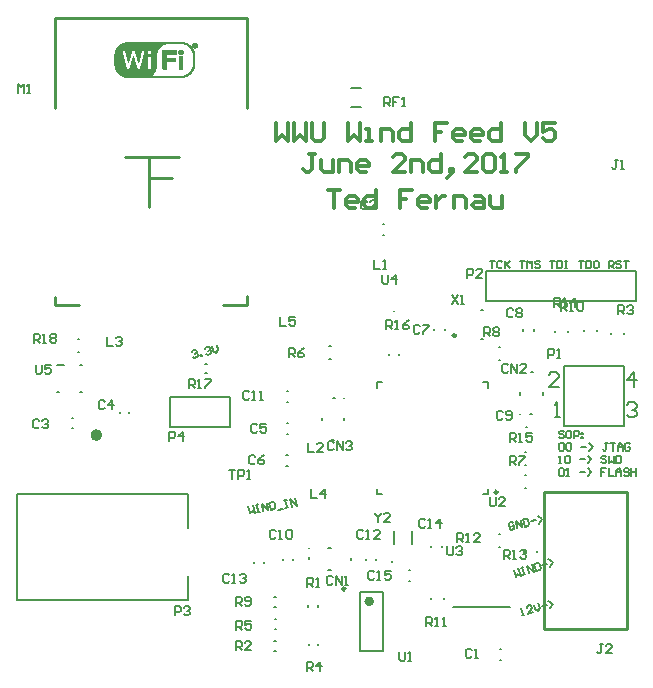
<source format=gto>
G04 Layer_Color=65535*
%FSLAX24Y24*%
%MOIN*%
G70*
G01*
G75*
%ADD38C,0.0100*%
%ADD40C,0.0120*%
%ADD53C,0.0000*%
%ADD54C,0.0049*%
%ADD55C,0.0197*%
%ADD56C,0.0098*%
%ADD57C,0.0157*%
%ADD58C,0.0079*%
%ADD59C,0.0050*%
%ADD60C,0.0005*%
%ADD61C,0.0067*%
%ADD62C,0.0080*%
D38*
X7290Y26270D02*
Y29270D01*
Y19720D02*
Y19970D01*
Y19720D02*
X8090D01*
X12890D02*
X13690D01*
Y20020D01*
Y26270D02*
Y29270D01*
X7290D02*
X13690D01*
X26358Y8894D02*
Y13461D01*
X23602D02*
X26358D01*
X23602Y8894D02*
Y13461D01*
Y8894D02*
X26358D01*
X9633Y24639D02*
X11434D01*
X10450Y22956D02*
Y24639D01*
Y23940D02*
X11208D01*
D40*
X14671Y25767D02*
Y25168D01*
X14871Y25368D01*
X15071Y25168D01*
Y25767D01*
X15271D02*
Y25168D01*
X15471Y25368D01*
X15671Y25168D01*
Y25767D01*
X15871D02*
Y25268D01*
X15971Y25168D01*
X16171D01*
X16271Y25268D01*
Y25767D01*
X17071D02*
Y25168D01*
X17271Y25368D01*
X17471Y25168D01*
Y25767D01*
X17671Y25168D02*
X17870D01*
X17771D01*
Y25568D01*
X17671D01*
X18170Y25168D02*
Y25568D01*
X18470D01*
X18570Y25468D01*
Y25168D01*
X19170Y25767D02*
Y25168D01*
X18870D01*
X18770Y25268D01*
Y25468D01*
X18870Y25568D01*
X19170D01*
X20370Y25767D02*
X19970D01*
Y25468D01*
X20170D01*
X19970D01*
Y25168D01*
X20870D02*
X20670D01*
X20570Y25268D01*
Y25468D01*
X20670Y25568D01*
X20870D01*
X20969Y25468D01*
Y25368D01*
X20570D01*
X21469Y25168D02*
X21269D01*
X21169Y25268D01*
Y25468D01*
X21269Y25568D01*
X21469D01*
X21569Y25468D01*
Y25368D01*
X21169D01*
X22169Y25767D02*
Y25168D01*
X21869D01*
X21769Y25268D01*
Y25468D01*
X21869Y25568D01*
X22169D01*
X22969Y25767D02*
Y25368D01*
X23169Y25168D01*
X23369Y25368D01*
Y25767D01*
X23969D02*
X23569D01*
Y25468D01*
X23769Y25568D01*
X23869D01*
X23969Y25468D01*
Y25268D01*
X23869Y25168D01*
X23669D01*
X23569Y25268D01*
X15971Y24746D02*
X15771D01*
X15871D01*
Y24247D01*
X15771Y24147D01*
X15671D01*
X15571Y24247D01*
X16171Y24546D02*
Y24247D01*
X16271Y24147D01*
X16571D01*
Y24546D01*
X16771Y24147D02*
Y24546D01*
X17071D01*
X17171Y24446D01*
Y24147D01*
X17671D02*
X17471D01*
X17371Y24247D01*
Y24446D01*
X17471Y24546D01*
X17671D01*
X17771Y24446D01*
Y24347D01*
X17371D01*
X18970Y24147D02*
X18570D01*
X18970Y24546D01*
Y24646D01*
X18870Y24746D01*
X18670D01*
X18570Y24646D01*
X19170Y24147D02*
Y24546D01*
X19470D01*
X19570Y24446D01*
Y24147D01*
X20170Y24746D02*
Y24147D01*
X19870D01*
X19770Y24247D01*
Y24446D01*
X19870Y24546D01*
X20170D01*
X20470Y24047D02*
X20570Y24147D01*
Y24247D01*
X20470D01*
Y24147D01*
X20570D01*
X20470Y24047D01*
X20370Y23947D01*
X21369Y24147D02*
X20969D01*
X21369Y24546D01*
Y24646D01*
X21269Y24746D01*
X21069D01*
X20969Y24646D01*
X21569D02*
X21669Y24746D01*
X21869D01*
X21969Y24646D01*
Y24247D01*
X21869Y24147D01*
X21669D01*
X21569Y24247D01*
Y24646D01*
X22169Y24147D02*
X22369D01*
X22269D01*
Y24746D01*
X22169Y24646D01*
X22669Y24746D02*
X23069D01*
Y24646D01*
X22669Y24247D01*
Y24147D01*
X16421Y23525D02*
X16821D01*
X16621D01*
Y22926D01*
X17321D02*
X17121D01*
X17021Y23026D01*
Y23225D01*
X17121Y23325D01*
X17321D01*
X17421Y23225D01*
Y23125D01*
X17021D01*
X18020Y23525D02*
Y22926D01*
X17721D01*
X17621Y23026D01*
Y23225D01*
X17721Y23325D01*
X18020D01*
X19220Y23525D02*
X18820D01*
Y23225D01*
X19020D01*
X18820D01*
Y22926D01*
X19720D02*
X19520D01*
X19420Y23026D01*
Y23225D01*
X19520Y23325D01*
X19720D01*
X19820Y23225D01*
Y23125D01*
X19420D01*
X20020Y23325D02*
Y22926D01*
Y23125D01*
X20120Y23225D01*
X20220Y23325D01*
X20320D01*
X20620Y22926D02*
Y23325D01*
X20919D01*
X21019Y23225D01*
Y22926D01*
X21319Y23325D02*
X21519D01*
X21619Y23225D01*
Y22926D01*
X21319D01*
X21219Y23026D01*
X21319Y23125D01*
X21619D01*
X21819Y23325D02*
Y23026D01*
X21919Y22926D01*
X22219D01*
Y23325D01*
D53*
X18575Y11133D02*
G03*
X18575Y11133I-39J0D01*
G01*
D54*
X18620Y19501D02*
G03*
X18620Y19501I-20J0D01*
G01*
D55*
X8779Y15371D02*
G03*
X8779Y15371I-98J0D01*
G01*
D56*
X16984Y10245D02*
G03*
X16984Y10245I-49J0D01*
G01*
X22056Y13470D02*
G03*
X22056Y13470I-49J0D01*
G01*
X20664Y18686D02*
G03*
X20664Y18686I-49J0D01*
G01*
D57*
X17860Y9829D02*
G03*
X17860Y9829I-79J0D01*
G01*
D58*
X13130Y15640D02*
Y16640D01*
X11130Y15640D02*
X13130D01*
X11130D02*
Y16640D01*
X13130D01*
X19843Y11630D02*
Y11670D01*
X20197Y11630D02*
Y11670D01*
X19090Y10503D02*
X19130D01*
X19090Y10857D02*
X19130D01*
X24417Y18810D02*
Y18850D01*
X23983Y18810D02*
Y18850D01*
X24923Y18840D02*
Y18880D01*
X25357Y18840D02*
Y18880D01*
X26277Y18740D02*
Y18780D01*
X25843Y18740D02*
Y18780D01*
X18225Y22402D02*
X18264D01*
X18225Y22048D02*
X18264D01*
X24270Y17660D02*
X26270D01*
X24270Y15660D02*
Y17660D01*
X26270Y15660D02*
Y17660D01*
X24270Y15660D02*
X26270D01*
X8080Y18567D02*
X8120D01*
X8080Y18133D02*
X8120D01*
X18757Y18030D02*
Y18070D01*
X18443Y18030D02*
Y18070D01*
X22960Y14373D02*
X23000D01*
X22960Y14807D02*
X23000D01*
X22100Y17883D02*
X22140D01*
X22100Y18317D02*
X22140D01*
X11740Y12283D02*
Y13399D01*
X6031D02*
X11740D01*
X6031Y9881D02*
X11740D01*
X6031D02*
Y13399D01*
X11740Y9881D02*
Y10668D01*
X15020Y14343D02*
X15060D01*
X15020Y14697D02*
X15060D01*
X14277Y11110D02*
Y11150D01*
X13923Y11110D02*
Y11150D01*
X18017Y11210D02*
Y11250D01*
X17663Y11210D02*
Y11250D01*
X21670Y19830D02*
Y20830D01*
X26670D01*
X21670Y19830D02*
X26670D01*
Y20830D01*
X7870Y15947D02*
X7910D01*
X7870Y15593D02*
X7910D01*
X9758Y16110D02*
Y16150D01*
X9482Y16110D02*
Y16150D01*
X15040Y15767D02*
X15080D01*
X15040Y15413D02*
X15080D01*
X19943Y18880D02*
Y18920D01*
X20297Y18880D02*
Y18920D01*
X23257Y18850D02*
Y18890D01*
X22903Y18850D02*
Y18890D01*
X22990Y15647D02*
X23030D01*
X22990Y15293D02*
X23030D01*
X15247Y11200D02*
Y11240D01*
X14893Y11200D02*
Y11240D01*
X15040Y16473D02*
X15080D01*
X15040Y16827D02*
X15080D01*
X16057Y9650D02*
Y9690D01*
X15743Y9650D02*
Y9690D01*
X14620Y8497D02*
X14660D01*
X14620Y8183D02*
X14660D01*
X16077Y8380D02*
Y8420D01*
X15763Y8380D02*
Y8420D01*
X14640Y8913D02*
X14680D01*
X14640Y9227D02*
X14680D01*
X14620Y9967D02*
X14660D01*
X14620Y9653D02*
X14660D01*
X16450Y17913D02*
X16490D01*
X16450Y18347D02*
X16490D01*
X17164Y26315D02*
X17519D01*
X17164Y26925D02*
X17519D01*
X17466Y8176D02*
Y10144D01*
X18254Y8176D02*
Y10144D01*
X17466D02*
X18254D01*
X17466Y8176D02*
X18254D01*
X21751Y13411D02*
Y13588D01*
X21573Y13411D02*
X21751D01*
X18030D02*
X18207D01*
X18030D02*
Y13588D01*
Y16954D02*
Y17131D01*
X18207D01*
X21751Y16954D02*
Y17131D01*
X21573D02*
X21751D01*
X21501Y18558D02*
X21579D01*
X21501Y19542D02*
X21579D01*
X15760Y11616D02*
X15760Y11621D01*
X15758Y11229D02*
Y11307D01*
X17156Y11189D02*
Y11268D01*
X16417Y11622D02*
X16496D01*
X16417Y10874D02*
X16496Y10874D01*
X22809Y16060D02*
X22814Y16060D01*
X23123Y16058D02*
X23201D01*
X23162Y17456D02*
X23241D01*
X22808Y16717D02*
Y16796D01*
X23556Y16717D02*
X23556Y16796D01*
X16946Y16600D02*
X16951Y16600D01*
X16559Y16602D02*
X16637D01*
X16519Y15204D02*
X16598D01*
X16952Y15864D02*
Y15943D01*
X16204Y15864D02*
X16204Y15943D01*
X22960Y14037D02*
X23000D01*
X22960Y13603D02*
X23000D01*
X22090Y11643D02*
X22130D01*
X22090Y12077D02*
X22130D01*
X19853Y9910D02*
Y9950D01*
X20287Y9910D02*
Y9950D01*
X22130Y7873D02*
X22170D01*
X22130Y8227D02*
X22170D01*
X23387Y11480D02*
Y11520D01*
X22953Y11480D02*
Y11520D01*
X12320Y17423D02*
X12360D01*
X12320Y17737D02*
X12360D01*
X20575Y9644D02*
X22465D01*
D59*
X19205Y11723D02*
Y12157D01*
X18615Y11723D02*
Y12157D01*
X22873Y9367D02*
X22954Y9387D01*
X22913Y9377D01*
X22853Y9619D01*
X22823Y9569D01*
X23237Y9457D02*
X23075Y9417D01*
X23197Y9619D01*
X23187Y9659D01*
X23136Y9689D01*
X23055Y9669D01*
X23025Y9619D01*
X23258Y9719D02*
X23298Y9558D01*
X23399Y9497D01*
X23459Y9598D01*
X23419Y9760D01*
X23530Y9658D02*
X23692Y9698D01*
X23803Y9597D02*
X23894Y9748D01*
X23743Y9840D01*
X22593Y10879D02*
X22664Y10640D01*
X22720Y10743D01*
X22824Y10687D01*
X22752Y10927D01*
X22832Y10951D02*
X22912Y10975D01*
X22872Y10963D01*
X22944Y10723D01*
X22904Y10711D01*
X22984Y10735D01*
X23103Y10771D02*
X23031Y11011D01*
X23263Y10819D01*
X23191Y11058D01*
X23271Y11082D02*
X23343Y10843D01*
X23462Y10879D01*
X23490Y10931D01*
X23442Y11090D01*
X23390Y11118D01*
X23271Y11082D01*
X23546Y11034D02*
X23706Y11082D01*
X23821Y10987D02*
X23905Y11142D01*
X23750Y11226D01*
X22587Y12447D02*
X22538Y12479D01*
X22456Y12461D01*
X22424Y12411D01*
X22459Y12249D01*
X22509Y12217D01*
X22590Y12234D01*
X22622Y12284D01*
X22605Y12365D01*
X22523Y12348D01*
X22713Y12261D02*
X22660Y12505D01*
X22875Y12296D01*
X22823Y12540D01*
X22904Y12558D02*
X22957Y12314D01*
X23079Y12340D01*
X23111Y12390D01*
X23076Y12552D01*
X23026Y12584D01*
X22904Y12558D01*
X23175Y12489D02*
X23337Y12524D01*
X23445Y12419D02*
X23541Y12568D01*
X23392Y12664D01*
X11868Y18149D02*
X11900Y18198D01*
X11982Y18215D01*
X12031Y18183D01*
X12040Y18143D01*
X12008Y18093D01*
X11967Y18085D01*
X12008Y18093D01*
X12057Y18061D01*
X12066Y18020D01*
X12034Y17971D01*
X11952Y17954D01*
X11903Y17986D01*
X12156Y17997D02*
X12147Y18038D01*
X12188Y18047D01*
X12197Y18006D01*
X12156Y17997D01*
X12316Y18244D02*
X12348Y18294D01*
X12430Y18311D01*
X12479Y18279D01*
X12488Y18238D01*
X12456Y18189D01*
X12415Y18180D01*
X12456Y18189D01*
X12505Y18157D01*
X12514Y18116D01*
X12482Y18067D01*
X12401Y18049D01*
X12351Y18081D01*
X12552Y18337D02*
X12587Y18174D01*
X12686Y18110D01*
X12750Y18209D01*
X12715Y18372D01*
X13754Y13003D02*
X13794Y12756D01*
X13863Y12852D01*
X13959Y12783D01*
X13918Y13030D01*
X14000Y13043D02*
X14083Y13056D01*
X14041Y13050D01*
X14082Y12803D01*
X14041Y12796D01*
X14123Y12810D01*
X14246Y12830D02*
X14206Y13077D01*
X14411Y12857D01*
X14370Y13103D01*
X14453Y13117D02*
X14493Y12870D01*
X14616Y12890D01*
X14651Y12938D01*
X14624Y13103D01*
X14576Y13137D01*
X14453Y13117D01*
X14746Y12869D02*
X14911Y12896D01*
X14946Y13198D02*
X15028Y13211D01*
X14987Y13204D01*
X15027Y12958D01*
X14986Y12951D01*
X15068Y12964D01*
X15192Y12985D02*
X15151Y13231D01*
X15356Y13011D01*
X15316Y13258D01*
X21800Y21181D02*
X21967D01*
X21883D01*
Y20932D01*
X22217Y21140D02*
X22175Y21181D01*
X22092D01*
X22050Y21140D01*
Y20973D01*
X22092Y20932D01*
X22175D01*
X22217Y20973D01*
X22300Y21181D02*
Y20932D01*
Y21015D01*
X22466Y21181D01*
X22341Y21057D01*
X22466Y20932D01*
X22800Y21181D02*
X22966D01*
X22883D01*
Y20932D01*
X23050D02*
Y21181D01*
X23133Y21098D01*
X23216Y21181D01*
Y20932D01*
X23466Y21140D02*
X23424Y21181D01*
X23341D01*
X23300Y21140D01*
Y21098D01*
X23341Y21057D01*
X23424D01*
X23466Y21015D01*
Y20973D01*
X23424Y20932D01*
X23341D01*
X23300Y20973D01*
X23799Y21181D02*
X23966D01*
X23883D01*
Y20932D01*
X24049Y21181D02*
Y20932D01*
X24174D01*
X24216Y20973D01*
Y21140D01*
X24174Y21181D01*
X24049D01*
X24299D02*
X24383D01*
X24341D01*
Y20932D01*
X24299D01*
X24383D01*
X24757Y21181D02*
X24924D01*
X24841D01*
Y20932D01*
X25007Y21181D02*
Y20932D01*
X25132D01*
X25174Y20973D01*
Y21140D01*
X25132Y21181D01*
X25007D01*
X25382D02*
X25299D01*
X25257Y21140D01*
Y20973D01*
X25299Y20932D01*
X25382D01*
X25424Y20973D01*
Y21140D01*
X25382Y21181D01*
X25757Y20932D02*
Y21181D01*
X25882D01*
X25924Y21140D01*
Y21057D01*
X25882Y21015D01*
X25757D01*
X25840D02*
X25924Y20932D01*
X26174Y21140D02*
X26132Y21181D01*
X26049D01*
X26007Y21140D01*
Y21098D01*
X26049Y21057D01*
X26132D01*
X26174Y21015D01*
Y20973D01*
X26132Y20932D01*
X26049D01*
X26007Y20973D01*
X26257Y21181D02*
X26423D01*
X26340D01*
Y20932D01*
X24267Y15480D02*
X24225Y15521D01*
X24142D01*
X24100Y15480D01*
Y15438D01*
X24142Y15396D01*
X24225D01*
X24267Y15355D01*
Y15313D01*
X24225Y15271D01*
X24142D01*
X24100Y15313D01*
X24475Y15521D02*
X24392D01*
X24350Y15480D01*
Y15313D01*
X24392Y15271D01*
X24475D01*
X24517Y15313D01*
Y15480D01*
X24475Y15521D01*
X24600Y15271D02*
Y15521D01*
X24725D01*
X24766Y15480D01*
Y15396D01*
X24725Y15355D01*
X24600D01*
X24850Y15438D02*
X24891D01*
Y15396D01*
X24850D01*
Y15438D01*
Y15313D02*
X24891D01*
Y15271D01*
X24850D01*
Y15313D01*
X24100Y15060D02*
X24142Y15101D01*
X24225D01*
X24267Y15060D01*
Y14893D01*
X24225Y14852D01*
X24142D01*
X24100Y14893D01*
Y15060D01*
X24350D02*
X24392Y15101D01*
X24475D01*
X24517Y15060D01*
Y14893D01*
X24475Y14852D01*
X24392D01*
X24350Y14893D01*
Y15060D01*
X24850Y14976D02*
X25016D01*
X25100Y14852D02*
X25225Y14976D01*
X25100Y15101D01*
X25724D02*
X25641D01*
X25683D01*
Y14893D01*
X25641Y14852D01*
X25600D01*
X25558Y14893D01*
X25808Y15101D02*
X25974D01*
X25891D01*
Y14852D01*
X26058D02*
Y15018D01*
X26141Y15101D01*
X26224Y15018D01*
Y14852D01*
Y14976D01*
X26058D01*
X26474Y15060D02*
X26433Y15101D01*
X26349D01*
X26308Y15060D01*
Y14893D01*
X26349Y14852D01*
X26433D01*
X26474Y14893D01*
Y14976D01*
X26391D01*
X24100Y14432D02*
X24183D01*
X24142D01*
Y14682D01*
X24100Y14640D01*
X24308D02*
X24350Y14682D01*
X24433D01*
X24475Y14640D01*
Y14473D01*
X24433Y14432D01*
X24350D01*
X24308Y14473D01*
Y14640D01*
X24808Y14557D02*
X24975D01*
X25058Y14432D02*
X25183Y14557D01*
X25058Y14682D01*
X25683Y14640D02*
X25641Y14682D01*
X25558D01*
X25516Y14640D01*
Y14598D01*
X25558Y14557D01*
X25641D01*
X25683Y14515D01*
Y14473D01*
X25641Y14432D01*
X25558D01*
X25516Y14473D01*
X25766Y14682D02*
Y14432D01*
X25849Y14515D01*
X25933Y14432D01*
Y14682D01*
X26016D02*
Y14432D01*
X26141D01*
X26183Y14473D01*
Y14640D01*
X26141Y14682D01*
X26016D01*
X24100Y14220D02*
X24142Y14262D01*
X24225D01*
X24267Y14220D01*
Y14053D01*
X24225Y14012D01*
X24142D01*
X24100Y14053D01*
Y14220D01*
X24350Y14012D02*
X24433D01*
X24392D01*
Y14262D01*
X24350Y14220D01*
X24808Y14137D02*
X24975D01*
X25058Y14012D02*
X25183Y14137D01*
X25058Y14262D01*
X25683D02*
X25516D01*
Y14137D01*
X25600D01*
X25516D01*
Y14012D01*
X25766Y14262D02*
Y14012D01*
X25933D01*
X26016D02*
Y14178D01*
X26099Y14262D01*
X26183Y14178D01*
Y14012D01*
Y14137D01*
X26016D01*
X26433Y14220D02*
X26391Y14262D01*
X26308D01*
X26266Y14220D01*
Y14178D01*
X26308Y14137D01*
X26391D01*
X26433Y14095D01*
Y14053D01*
X26391Y14012D01*
X26308D01*
X26266Y14053D01*
X26516Y14262D02*
Y14012D01*
Y14137D01*
X26683D01*
Y14262D01*
Y14012D01*
X11110Y15180D02*
Y15480D01*
X11260D01*
X11310Y15430D01*
Y15330D01*
X11260Y15280D01*
X11110D01*
X11560Y15180D02*
Y15480D01*
X11410Y15330D01*
X11610D01*
X19650Y12530D02*
X19600Y12580D01*
X19500D01*
X19450Y12530D01*
Y12330D01*
X19500Y12280D01*
X19600D01*
X19650Y12330D01*
X19750Y12280D02*
X19850D01*
X19800D01*
Y12580D01*
X19750Y12530D01*
X20150Y12280D02*
Y12580D01*
X20000Y12430D01*
X20200D01*
X17950Y10800D02*
X17900Y10850D01*
X17800D01*
X17750Y10800D01*
Y10600D01*
X17800Y10550D01*
X17900D01*
X17950Y10600D01*
X18050Y10550D02*
X18150D01*
X18100D01*
Y10850D01*
X18050Y10800D01*
X18500Y10850D02*
X18300D01*
Y10700D01*
X18400Y10750D01*
X18450D01*
X18500Y10700D01*
Y10600D01*
X18450Y10550D01*
X18350D01*
X18300Y10600D01*
X17969Y12780D02*
Y12730D01*
X18069Y12630D01*
X18169Y12730D01*
Y12780D01*
X18069Y12630D02*
Y12480D01*
X18469D02*
X18269D01*
X18469Y12680D01*
Y12730D01*
X18419Y12780D01*
X18319D01*
X18269Y12730D01*
X23940Y19640D02*
Y19940D01*
X24090D01*
X24140Y19890D01*
Y19790D01*
X24090Y19740D01*
X23940D01*
X24040D02*
X24140Y19640D01*
X24240D02*
X24340D01*
X24290D01*
Y19940D01*
X24240Y19890D01*
X24640Y19640D02*
Y19940D01*
X24490Y19790D01*
X24690D01*
X24170Y19520D02*
Y19820D01*
X24320D01*
X24370Y19770D01*
Y19670D01*
X24320Y19620D01*
X24170D01*
X24270D02*
X24370Y19520D01*
X24470D02*
X24570D01*
X24520D01*
Y19820D01*
X24470Y19770D01*
X24720D02*
X24770Y19820D01*
X24870D01*
X24920Y19770D01*
Y19570D01*
X24870Y19520D01*
X24770D01*
X24720Y19570D01*
Y19770D01*
X26080Y19400D02*
Y19700D01*
X26230D01*
X26280Y19650D01*
Y19550D01*
X26230Y19500D01*
X26080D01*
X26180D02*
X26280Y19400D01*
X26380Y19650D02*
X26430Y19700D01*
X26530D01*
X26580Y19650D01*
Y19600D01*
X26530Y19550D01*
X26480D01*
X26530D01*
X26580Y19500D01*
Y19450D01*
X26530Y19400D01*
X26430D01*
X26380Y19450D01*
X17720Y23150D02*
X17670Y23200D01*
X17570D01*
X17520Y23150D01*
Y22950D01*
X17570Y22900D01*
X17670D01*
X17720Y22950D01*
X18020Y22900D02*
X17820D01*
X18020Y23100D01*
Y23150D01*
X17970Y23200D01*
X17870D01*
X17820Y23150D01*
X23740Y17950D02*
Y18250D01*
X23890D01*
X23940Y18200D01*
Y18100D01*
X23890Y18050D01*
X23740D01*
X24040Y17950D02*
X24140D01*
X24090D01*
Y18250D01*
X24040Y18200D01*
X21190Y8200D02*
X21140Y8250D01*
X21040D01*
X20990Y8200D01*
Y8000D01*
X21040Y7950D01*
X21140D01*
X21190Y8000D01*
X21290Y7950D02*
X21390D01*
X21340D01*
Y8250D01*
X21290Y8200D01*
X19680Y8990D02*
Y9290D01*
X19830D01*
X19880Y9240D01*
Y9140D01*
X19830Y9090D01*
X19680D01*
X19780D02*
X19880Y8990D01*
X19980D02*
X20080D01*
X20030D01*
Y9290D01*
X19980Y9240D01*
X20230Y8990D02*
X20330D01*
X20280D01*
Y9290D01*
X20230Y9240D01*
X18210Y20710D02*
Y20460D01*
X18260Y20410D01*
X18360D01*
X18410Y20460D01*
Y20710D01*
X18660Y20410D02*
Y20710D01*
X18510Y20560D01*
X18710D01*
X20380Y11670D02*
Y11420D01*
X20430Y11370D01*
X20530D01*
X20580Y11420D01*
Y11670D01*
X20680Y11620D02*
X20730Y11670D01*
X20830D01*
X20880Y11620D01*
Y11570D01*
X20830Y11520D01*
X20780D01*
X20830D01*
X20880Y11470D01*
Y11420D01*
X20830Y11370D01*
X20730D01*
X20680Y11420D01*
X6600Y18450D02*
Y18750D01*
X6750D01*
X6800Y18700D01*
Y18600D01*
X6750Y18550D01*
X6600D01*
X6700D02*
X6800Y18450D01*
X6900D02*
X7000D01*
X6950D01*
Y18750D01*
X6900Y18700D01*
X7150D02*
X7200Y18750D01*
X7300D01*
X7350Y18700D01*
Y18650D01*
X7300Y18600D01*
X7350Y18550D01*
Y18500D01*
X7300Y18450D01*
X7200D01*
X7150Y18500D01*
Y18550D01*
X7200Y18600D01*
X7150Y18650D01*
Y18700D01*
X7200Y18600D02*
X7300D01*
X11770Y16930D02*
Y17230D01*
X11920D01*
X11970Y17180D01*
Y17080D01*
X11920Y17030D01*
X11770D01*
X11870D02*
X11970Y16930D01*
X12070D02*
X12170D01*
X12120D01*
Y17230D01*
X12070Y17180D01*
X12320Y17230D02*
X12520D01*
Y17180D01*
X12320Y16980D01*
Y16930D01*
X18340Y18900D02*
Y19200D01*
X18490D01*
X18540Y19150D01*
Y19050D01*
X18490Y19000D01*
X18340D01*
X18440D02*
X18540Y18900D01*
X18640D02*
X18740D01*
X18690D01*
Y19200D01*
X18640Y19150D01*
X19090Y19200D02*
X18990Y19150D01*
X18890Y19050D01*
Y18950D01*
X18940Y18900D01*
X19040D01*
X19090Y18950D01*
Y19000D01*
X19040Y19050D01*
X18890D01*
X22470Y15150D02*
Y15450D01*
X22620D01*
X22670Y15400D01*
Y15300D01*
X22620Y15250D01*
X22470D01*
X22570D02*
X22670Y15150D01*
X22770D02*
X22870D01*
X22820D01*
Y15450D01*
X22770Y15400D01*
X23220Y15450D02*
X23020D01*
Y15300D01*
X23120Y15350D01*
X23170D01*
X23220Y15300D01*
Y15200D01*
X23170Y15150D01*
X23070D01*
X23020Y15200D01*
X20720Y11800D02*
Y12100D01*
X20870D01*
X20920Y12050D01*
Y11950D01*
X20870Y11900D01*
X20720D01*
X20820D02*
X20920Y11800D01*
X21020D02*
X21120D01*
X21070D01*
Y12100D01*
X21020Y12050D01*
X21470Y11800D02*
X21270D01*
X21470Y12000D01*
Y12050D01*
X21420Y12100D01*
X21320D01*
X21270Y12050D01*
X22270Y11240D02*
Y11540D01*
X22420D01*
X22470Y11490D01*
Y11390D01*
X22420Y11340D01*
X22270D01*
X22370D02*
X22470Y11240D01*
X22570D02*
X22670D01*
X22620D01*
Y11540D01*
X22570Y11490D01*
X22820D02*
X22870Y11540D01*
X22970D01*
X23020Y11490D01*
Y11440D01*
X22970Y11390D01*
X22920D01*
X22970D01*
X23020Y11340D01*
Y11290D01*
X22970Y11240D01*
X22870D01*
X22820Y11290D01*
X21610Y18660D02*
Y18960D01*
X21760D01*
X21810Y18910D01*
Y18810D01*
X21760Y18760D01*
X21610D01*
X21710D02*
X21810Y18660D01*
X21910Y18910D02*
X21960Y18960D01*
X22060D01*
X22110Y18910D01*
Y18860D01*
X22060Y18810D01*
X22110Y18760D01*
Y18710D01*
X22060Y18660D01*
X21960D01*
X21910Y18710D01*
Y18760D01*
X21960Y18810D01*
X21910Y18860D01*
Y18910D01*
X21960Y18810D02*
X22060D01*
X9031Y18651D02*
Y18351D01*
X9231D01*
X9331Y18601D02*
X9381Y18651D01*
X9481D01*
X9531Y18601D01*
Y18551D01*
X9481Y18501D01*
X9431D01*
X9481D01*
X9531Y18451D01*
Y18401D01*
X9481Y18351D01*
X9381D01*
X9331Y18401D01*
X15730Y15120D02*
Y14820D01*
X15930D01*
X16230D02*
X16030D01*
X16230Y15020D01*
Y15070D01*
X16180Y15120D01*
X16080D01*
X16030Y15070D01*
X6089Y26761D02*
Y27061D01*
X6189Y26961D01*
X6289Y27061D01*
Y26761D01*
X6389D02*
X6489D01*
X6439D01*
Y27061D01*
X6389Y27011D01*
X11300Y9360D02*
Y9660D01*
X11450D01*
X11500Y9610D01*
Y9510D01*
X11450Y9460D01*
X11300D01*
X11600Y9610D02*
X11650Y9660D01*
X11750D01*
X11800Y9610D01*
Y9560D01*
X11750Y9510D01*
X11700D01*
X11750D01*
X11800Y9460D01*
Y9410D01*
X11750Y9360D01*
X11650D01*
X11600Y9410D01*
X13980Y14650D02*
X13930Y14700D01*
X13830D01*
X13780Y14650D01*
Y14450D01*
X13830Y14400D01*
X13930D01*
X13980Y14450D01*
X14280Y14700D02*
X14180Y14650D01*
X14080Y14550D01*
Y14450D01*
X14130Y14400D01*
X14230D01*
X14280Y14450D01*
Y14500D01*
X14230Y14550D01*
X14080D01*
X14810Y19310D02*
Y19010D01*
X15010D01*
X15310Y19310D02*
X15110D01*
Y19160D01*
X15210Y19210D01*
X15260D01*
X15310Y19160D01*
Y19060D01*
X15260Y19010D01*
X15160D01*
X15110Y19060D01*
X15850Y13560D02*
Y13260D01*
X16050D01*
X16300D02*
Y13560D01*
X16150Y13410D01*
X16350D01*
X13120Y10700D02*
X13070Y10750D01*
X12970D01*
X12920Y10700D01*
Y10500D01*
X12970Y10450D01*
X13070D01*
X13120Y10500D01*
X13220Y10450D02*
X13320D01*
X13270D01*
Y10750D01*
X13220Y10700D01*
X13470D02*
X13520Y10750D01*
X13620D01*
X13670Y10700D01*
Y10650D01*
X13620Y10600D01*
X13570D01*
X13620D01*
X13670Y10550D01*
Y10500D01*
X13620Y10450D01*
X13520D01*
X13470Y10500D01*
X17580Y12160D02*
X17530Y12210D01*
X17430D01*
X17380Y12160D01*
Y11960D01*
X17430Y11910D01*
X17530D01*
X17580Y11960D01*
X17680Y11910D02*
X17780D01*
X17730D01*
Y12210D01*
X17680Y12160D01*
X18130Y11910D02*
X17930D01*
X18130Y12110D01*
Y12160D01*
X18080Y12210D01*
X17980D01*
X17930Y12160D01*
X21040Y20610D02*
Y20910D01*
X21190D01*
X21240Y20860D01*
Y20760D01*
X21190Y20710D01*
X21040D01*
X21540Y20610D02*
X21340D01*
X21540Y20810D01*
Y20860D01*
X21490Y20910D01*
X21390D01*
X21340Y20860D01*
X6660Y17720D02*
Y17470D01*
X6710Y17420D01*
X6810D01*
X6860Y17470D01*
Y17720D01*
X7160D02*
X6960D01*
Y17570D01*
X7060Y17620D01*
X7110D01*
X7160Y17570D01*
Y17470D01*
X7110Y17420D01*
X7010D01*
X6960Y17470D01*
X6780Y15840D02*
X6730Y15890D01*
X6630D01*
X6580Y15840D01*
Y15640D01*
X6630Y15590D01*
X6730D01*
X6780Y15640D01*
X6880Y15840D02*
X6930Y15890D01*
X7030D01*
X7080Y15840D01*
Y15790D01*
X7030Y15740D01*
X6980D01*
X7030D01*
X7080Y15690D01*
Y15640D01*
X7030Y15590D01*
X6930D01*
X6880Y15640D01*
X8960Y16480D02*
X8910Y16530D01*
X8810D01*
X8760Y16480D01*
Y16280D01*
X8810Y16230D01*
X8910D01*
X8960Y16280D01*
X9210Y16230D02*
Y16530D01*
X9060Y16380D01*
X9260D01*
X14040Y15700D02*
X13990Y15750D01*
X13890D01*
X13840Y15700D01*
Y15500D01*
X13890Y15450D01*
X13990D01*
X14040Y15500D01*
X14340Y15750D02*
X14140D01*
Y15600D01*
X14240Y15650D01*
X14290D01*
X14340Y15600D01*
Y15500D01*
X14290Y15450D01*
X14190D01*
X14140Y15500D01*
X19460Y19000D02*
X19410Y19050D01*
X19310D01*
X19260Y19000D01*
Y18800D01*
X19310Y18750D01*
X19410D01*
X19460Y18800D01*
X19560Y19050D02*
X19760D01*
Y19000D01*
X19560Y18800D01*
Y18750D01*
X22586Y19552D02*
X22536Y19602D01*
X22436D01*
X22386Y19552D01*
Y19352D01*
X22436Y19302D01*
X22536D01*
X22586Y19352D01*
X22686Y19552D02*
X22736Y19602D01*
X22836D01*
X22886Y19552D01*
Y19502D01*
X22836Y19452D01*
X22886Y19402D01*
Y19352D01*
X22836Y19302D01*
X22736D01*
X22686Y19352D01*
Y19402D01*
X22736Y19452D01*
X22686Y19502D01*
Y19552D01*
X22736Y19452D02*
X22836D01*
X22230Y16130D02*
X22180Y16180D01*
X22080D01*
X22030Y16130D01*
Y15930D01*
X22080Y15880D01*
X22180D01*
X22230Y15930D01*
X22330D02*
X22380Y15880D01*
X22480D01*
X22530Y15930D01*
Y16130D01*
X22480Y16180D01*
X22380D01*
X22330Y16130D01*
Y16080D01*
X22380Y16030D01*
X22530D01*
X14670Y12170D02*
X14620Y12220D01*
X14520D01*
X14470Y12170D01*
Y11970D01*
X14520Y11920D01*
X14620D01*
X14670Y11970D01*
X14770Y11920D02*
X14870D01*
X14820D01*
Y12220D01*
X14770Y12170D01*
X15020D02*
X15070Y12220D01*
X15170D01*
X15220Y12170D01*
Y11970D01*
X15170Y11920D01*
X15070D01*
X15020Y11970D01*
Y12170D01*
X13780Y16800D02*
X13730Y16850D01*
X13630D01*
X13580Y16800D01*
Y16600D01*
X13630Y16550D01*
X13730D01*
X13780Y16600D01*
X13880Y16550D02*
X13980D01*
X13930D01*
Y16850D01*
X13880Y16800D01*
X14130Y16550D02*
X14230D01*
X14180D01*
Y16850D01*
X14130Y16800D01*
X26070Y24550D02*
X25970D01*
X26020D01*
Y24300D01*
X25970Y24250D01*
X25920D01*
X25870Y24300D01*
X26170Y24250D02*
X26270D01*
X26220D01*
Y24550D01*
X26170Y24500D01*
X25570Y8390D02*
X25470D01*
X25520D01*
Y8140D01*
X25470Y8090D01*
X25420D01*
X25370Y8140D01*
X25870Y8090D02*
X25670D01*
X25870Y8290D01*
Y8340D01*
X25820Y8390D01*
X25720D01*
X25670Y8340D01*
X17940Y21220D02*
Y20920D01*
X18140D01*
X18240D02*
X18340D01*
X18290D01*
Y21220D01*
X18240Y21170D01*
X15710Y10320D02*
Y10620D01*
X15860D01*
X15910Y10570D01*
Y10470D01*
X15860Y10420D01*
X15710D01*
X15810D02*
X15910Y10320D01*
X16010D02*
X16110D01*
X16060D01*
Y10620D01*
X16010Y10570D01*
X13330Y8190D02*
Y8490D01*
X13480D01*
X13530Y8440D01*
Y8340D01*
X13480Y8290D01*
X13330D01*
X13430D02*
X13530Y8190D01*
X13830D02*
X13630D01*
X13830Y8390D01*
Y8440D01*
X13780Y8490D01*
X13680D01*
X13630Y8440D01*
X15690Y7510D02*
Y7810D01*
X15840D01*
X15890Y7760D01*
Y7660D01*
X15840Y7610D01*
X15690D01*
X15790D02*
X15890Y7510D01*
X16140D02*
Y7810D01*
X15990Y7660D01*
X16190D01*
X13350Y8880D02*
Y9180D01*
X13500D01*
X13550Y9130D01*
Y9030D01*
X13500Y8980D01*
X13350D01*
X13450D02*
X13550Y8880D01*
X13850Y9180D02*
X13650D01*
Y9030D01*
X13750Y9080D01*
X13800D01*
X13850Y9030D01*
Y8930D01*
X13800Y8880D01*
X13700D01*
X13650Y8930D01*
X13330Y9680D02*
Y9980D01*
X13480D01*
X13530Y9930D01*
Y9830D01*
X13480Y9780D01*
X13330D01*
X13430D02*
X13530Y9680D01*
X13630Y9730D02*
X13680Y9680D01*
X13780D01*
X13830Y9730D01*
Y9930D01*
X13780Y9980D01*
X13680D01*
X13630Y9930D01*
Y9880D01*
X13680Y9830D01*
X13830D01*
X15100Y17960D02*
Y18260D01*
X15250D01*
X15300Y18210D01*
Y18110D01*
X15250Y18060D01*
X15100D01*
X15200D02*
X15300Y17960D01*
X15600Y18260D02*
X15500Y18210D01*
X15400Y18110D01*
Y18010D01*
X15450Y17960D01*
X15550D01*
X15600Y18010D01*
Y18060D01*
X15550Y18110D01*
X15400D01*
X18274Y26328D02*
Y26628D01*
X18424D01*
X18474Y26578D01*
Y26478D01*
X18424Y26428D01*
X18274D01*
X18374D02*
X18474Y26328D01*
X18774Y26628D02*
X18574D01*
Y26478D01*
X18674D01*
X18574D01*
Y26328D01*
X18874D02*
X18974D01*
X18924D01*
Y26628D01*
X18874Y26578D01*
X13110Y14220D02*
X13310D01*
X13210D01*
Y13920D01*
X13410D02*
Y14220D01*
X13560D01*
X13610Y14170D01*
Y14070D01*
X13560Y14020D01*
X13410D01*
X13710Y13920D02*
X13810D01*
X13760D01*
Y14220D01*
X13710Y14170D01*
X18780Y8140D02*
Y7890D01*
X18830Y7840D01*
X18930D01*
X18980Y7890D01*
Y8140D01*
X19080Y7840D02*
X19180D01*
X19130D01*
Y8140D01*
X19080Y8090D01*
X21800Y13300D02*
Y13050D01*
X21850Y13000D01*
X21950D01*
X22000Y13050D01*
Y13300D01*
X22300Y13000D02*
X22100D01*
X22300Y13200D01*
Y13250D01*
X22250Y13300D01*
X22150D01*
X22100Y13250D01*
X20530Y20040D02*
X20730Y19740D01*
Y20040D02*
X20530Y19740D01*
X20830D02*
X20930D01*
X20880D01*
Y20040D01*
X20830Y19990D01*
X16570Y10630D02*
X16520Y10680D01*
X16420D01*
X16370Y10630D01*
Y10430D01*
X16420Y10380D01*
X16520D01*
X16570Y10430D01*
X16670Y10380D02*
Y10680D01*
X16870Y10380D01*
Y10680D01*
X16970Y10380D02*
X17070D01*
X17020D01*
Y10680D01*
X16970Y10630D01*
X22420Y17690D02*
X22370Y17740D01*
X22270D01*
X22220Y17690D01*
Y17490D01*
X22270Y17440D01*
X22370D01*
X22420Y17490D01*
X22520Y17440D02*
Y17740D01*
X22720Y17440D01*
Y17740D01*
X23020Y17440D02*
X22820D01*
X23020Y17640D01*
Y17690D01*
X22970Y17740D01*
X22870D01*
X22820Y17690D01*
X16590Y15110D02*
X16540Y15160D01*
X16440D01*
X16390Y15110D01*
Y14910D01*
X16440Y14860D01*
X16540D01*
X16590Y14910D01*
X16690Y14860D02*
Y15160D01*
X16890Y14860D01*
Y15160D01*
X16990Y15110D02*
X17040Y15160D01*
X17140D01*
X17190Y15110D01*
Y15060D01*
X17140Y15010D01*
X17090D01*
X17140D01*
X17190Y14960D01*
Y14910D01*
X17140Y14860D01*
X17040D01*
X16990Y14910D01*
X22470Y14380D02*
Y14680D01*
X22620D01*
X22670Y14630D01*
Y14530D01*
X22620Y14480D01*
X22470D01*
X22570D02*
X22670Y14380D01*
X22770Y14680D02*
X22970D01*
Y14630D01*
X22770Y14430D01*
Y14380D01*
D60*
X9690Y27305D02*
X11540D01*
X9655Y27310D02*
X11580D01*
X9630Y27315D02*
X11600D01*
X9610Y27320D02*
X11620D01*
X9595Y27325D02*
X11635D01*
X9580Y27330D02*
X11650D01*
X9565Y27335D02*
X11665D01*
X9555Y27340D02*
X11675D01*
X9545Y27345D02*
X11685D01*
X11550Y27350D02*
X11695D01*
X9535D02*
X10485D01*
X11585Y27355D02*
X11705D01*
X9525D02*
X10490D01*
X11610Y27360D02*
X11715D01*
X9515D02*
X10500D01*
X11625Y27365D02*
X11725D01*
X9505D02*
X10505D01*
X11640Y27370D02*
X11735D01*
X9495D02*
X10510D01*
X11655Y27375D02*
X11740D01*
X9490D02*
X10515D01*
X11665Y27380D02*
X11750D01*
X9480D02*
X10520D01*
X11675Y27385D02*
X11755D01*
X9475D02*
X10525D01*
X11685Y27390D02*
X11760D01*
X9465D02*
X10530D01*
X11695Y27395D02*
X11770D01*
X9460D02*
X10535D01*
X11705Y27400D02*
X11775D01*
X9455D02*
X10540D01*
X11715Y27405D02*
X11780D01*
X9450D02*
X10545D01*
X11720Y27410D02*
X11785D01*
X9445D02*
X10550D01*
X11730Y27415D02*
X11795D01*
X9435D02*
X10555D01*
X11735Y27420D02*
X11800D01*
X9430D02*
X10560D01*
X11740Y27425D02*
X11805D01*
X9425D02*
X10560D01*
X11750Y27430D02*
X11810D01*
X9420D02*
X10565D01*
X11755Y27435D02*
X11815D01*
X9415D02*
X10570D01*
X11760Y27440D02*
X11820D01*
X9410D02*
X10575D01*
X11765Y27445D02*
X11825D01*
X9405D02*
X10580D01*
X11770Y27450D02*
X11830D01*
X9400D02*
X10580D01*
X11780Y27455D02*
X11835D01*
X9395D02*
X10585D01*
X11785Y27460D02*
X11835D01*
X9390D02*
X10590D01*
X11790Y27465D02*
X11840D01*
X9390D02*
X10590D01*
X11795Y27470D02*
X11845D01*
X9385D02*
X10595D01*
X11795Y27475D02*
X11850D01*
X9380D02*
X10600D01*
X11800Y27480D02*
X11855D01*
X9375D02*
X10600D01*
X11805Y27485D02*
X11855D01*
X9375D02*
X10605D01*
X11810Y27490D02*
X11860D01*
X9370D02*
X10610D01*
X11815Y27495D02*
X11865D01*
X9365D02*
X10610D01*
X11820Y27500D02*
X11870D01*
X9360D02*
X10615D01*
X11820Y27505D02*
X11870D01*
X9360D02*
X10615D01*
X11825Y27510D02*
X11875D01*
X9355D02*
X10620D01*
X11830Y27515D02*
X11880D01*
X9350D02*
X10620D01*
X11835Y27520D02*
X11880D01*
X9350D02*
X10625D01*
X11835Y27525D02*
X11885D01*
X9345D02*
X10625D01*
X11840Y27530D02*
X11885D01*
X9345D02*
X10630D01*
X11845Y27535D02*
X11890D01*
X9340D02*
X10630D01*
X11845Y27540D02*
X11890D01*
X9335D02*
X10635D01*
X11850Y27545D02*
X11895D01*
X9335D02*
X10635D01*
X11850Y27550D02*
X11895D01*
X9330D02*
X10635D01*
X11855Y27555D02*
X11900D01*
X9330D02*
X10640D01*
X11855Y27560D02*
X11900D01*
X9325D02*
X10640D01*
X11860Y27565D02*
X11905D01*
X9325D02*
X10645D01*
X11860Y27570D02*
X11905D01*
X9325D02*
X10645D01*
X11865Y27575D02*
X11910D01*
X9320D02*
X10645D01*
X11865Y27580D02*
X11910D01*
X9320D02*
X10650D01*
X11870Y27585D02*
X11915D01*
X11550D02*
X11555D01*
X11455D02*
X11535D01*
X11435D02*
X11445D01*
X10890D02*
X11015D01*
X10495D02*
X10650D01*
X10135D02*
X10370D01*
X10045D02*
X10055D01*
X10035D02*
X10040D01*
X9775D02*
X10025D01*
X9690D02*
X9695D01*
X9315D02*
X9680D01*
X11870Y27590D02*
X11915D01*
X11425D02*
X11555D01*
X10880D02*
X11015D01*
X10495D02*
X10650D01*
X10135D02*
X10365D01*
X9785D02*
X10025D01*
X9315D02*
X9675D01*
X11875Y27595D02*
X11915D01*
X11425D02*
X11555D01*
X10880D02*
X11015D01*
X10495D02*
X10655D01*
X10140D02*
X10365D01*
X9785D02*
X10025D01*
X9315D02*
X9675D01*
X11875Y27600D02*
X11920D01*
X11425D02*
X11555D01*
X10880D02*
X11015D01*
X10495D02*
X10655D01*
X10140D02*
X10365D01*
X9785D02*
X10020D01*
X9310D02*
X9675D01*
X11875Y27605D02*
X11920D01*
X11425D02*
X11555D01*
X10880D02*
X11015D01*
X10495D02*
X10655D01*
X10140D02*
X10370D01*
X9790D02*
X10020D01*
X9310D02*
X9670D01*
X11880Y27610D02*
X11920D01*
X11425D02*
X11555D01*
X10880D02*
X11015D01*
X10495D02*
X10655D01*
X10140D02*
X10370D01*
X9790D02*
X10020D01*
X9305D02*
X9670D01*
X11880Y27615D02*
X11925D01*
X11425D02*
X11555D01*
X10880D02*
X11015D01*
X10495D02*
X10660D01*
X10145D02*
X10365D01*
X9790D02*
X10015D01*
X9305D02*
X9670D01*
X11880Y27620D02*
X11925D01*
X11425D02*
X11555D01*
X10880D02*
X11015D01*
X10495D02*
X10660D01*
X10145D02*
X10365D01*
X9795D02*
X10015D01*
X9305D02*
X9670D01*
X11885Y27625D02*
X11925D01*
X11425D02*
X11555D01*
X10880D02*
X11015D01*
X10495D02*
X10660D01*
X10145D02*
X10365D01*
X9795D02*
X10015D01*
X9305D02*
X9665D01*
X11885Y27630D02*
X11930D01*
X11425D02*
X11555D01*
X10880D02*
X11015D01*
X10495D02*
X10660D01*
X10145D02*
X10365D01*
X9795D02*
X10015D01*
X9300D02*
X9665D01*
X11885Y27635D02*
X11930D01*
X11425D02*
X11555D01*
X10880D02*
X11015D01*
X10495D02*
X10665D01*
X10150D02*
X10365D01*
X9795D02*
X10010D01*
X9300D02*
X9665D01*
X11890Y27640D02*
X11930D01*
X11425D02*
X11555D01*
X10880D02*
X11015D01*
X10495D02*
X10665D01*
X10150D02*
X10365D01*
X9800D02*
X10010D01*
X9300D02*
X9660D01*
X11890Y27645D02*
X11930D01*
X11425D02*
X11555D01*
X10880D02*
X11015D01*
X10495D02*
X10665D01*
X10150D02*
X10365D01*
X9800D02*
X10010D01*
X9295D02*
X9660D01*
X11890Y27650D02*
X11935D01*
X11425D02*
X11555D01*
X10880D02*
X11015D01*
X10495D02*
X10665D01*
X10155D02*
X10365D01*
X9800D02*
X10005D01*
X9295D02*
X9660D01*
X11890Y27655D02*
X11935D01*
X11425D02*
X11555D01*
X10880D02*
X11015D01*
X10495D02*
X10665D01*
X10155D02*
X10365D01*
X9805D02*
X10005D01*
X9295D02*
X9660D01*
X11895Y27660D02*
X11935D01*
X11425D02*
X11555D01*
X10880D02*
X11015D01*
X10495D02*
X10670D01*
X10155D02*
X10365D01*
X9805D02*
X10005D01*
X9295D02*
X9655D01*
X11895Y27665D02*
X11935D01*
X11425D02*
X11555D01*
X10880D02*
X11015D01*
X10495D02*
X10670D01*
X10155D02*
X10365D01*
X9805D02*
X10005D01*
X9295D02*
X9655D01*
X11895Y27670D02*
X11935D01*
X11425D02*
X11555D01*
X10880D02*
X11015D01*
X10495D02*
X10670D01*
X10160D02*
X10365D01*
X9805D02*
X10000D01*
X9290D02*
X9655D01*
X11895Y27675D02*
X11940D01*
X11425D02*
X11555D01*
X10880D02*
X11015D01*
X10495D02*
X10670D01*
X10160D02*
X10365D01*
X9810D02*
X10000D01*
X9290D02*
X9655D01*
X11895Y27680D02*
X11940D01*
X11425D02*
X11555D01*
X10880D02*
X11015D01*
X10495D02*
X10670D01*
X10160D02*
X10365D01*
X9810D02*
X10000D01*
X9290D02*
X9650D01*
X11900Y27685D02*
X11940D01*
X11425D02*
X11555D01*
X10880D02*
X11015D01*
X10495D02*
X10670D01*
X10160D02*
X10365D01*
X9810D02*
X9995D01*
X9290D02*
X9650D01*
X11900Y27690D02*
X11940D01*
X11425D02*
X11555D01*
X10880D02*
X11015D01*
X10495D02*
X10670D01*
X10165D02*
X10365D01*
X9815D02*
X9995D01*
X9290D02*
X9650D01*
X11900Y27695D02*
X11940D01*
X11425D02*
X11555D01*
X10880D02*
X11015D01*
X10495D02*
X10670D01*
X10165D02*
X10365D01*
X9815D02*
X9995D01*
X9290D02*
X9650D01*
X11900Y27700D02*
X11940D01*
X11425D02*
X11555D01*
X10880D02*
X11015D01*
X10495D02*
X10675D01*
X10165D02*
X10365D01*
X9815D02*
X9990D01*
X9290D02*
X9645D01*
X11900Y27705D02*
X11945D01*
X11425D02*
X11555D01*
X10880D02*
X11015D01*
X10495D02*
X10675D01*
X10165D02*
X10365D01*
X9815D02*
X9990D01*
X9285D02*
X9645D01*
X11900Y27710D02*
X11945D01*
X11425D02*
X11555D01*
X10880D02*
X11015D01*
X10495D02*
X10675D01*
X10170D02*
X10365D01*
X9820D02*
X9990D01*
X9285D02*
X9645D01*
X11900Y27715D02*
X11945D01*
X11425D02*
X11555D01*
X10880D02*
X11015D01*
X10495D02*
X10675D01*
X10170D02*
X10365D01*
X9820D02*
X9990D01*
X9285D02*
X9640D01*
X11900Y27720D02*
X11945D01*
X11425D02*
X11555D01*
X10880D02*
X11015D01*
X10495D02*
X10675D01*
X10170D02*
X10365D01*
X9820D02*
X9985D01*
X9285D02*
X9640D01*
X11900Y27725D02*
X11945D01*
X11425D02*
X11555D01*
X10880D02*
X11015D01*
X10495D02*
X10675D01*
X10170D02*
X10365D01*
X9825D02*
X9985D01*
X9285D02*
X9640D01*
X11900Y27730D02*
X11945D01*
X11425D02*
X11555D01*
X10880D02*
X11015D01*
X10495D02*
X10675D01*
X10175D02*
X10365D01*
X9825D02*
X9985D01*
X9285D02*
X9640D01*
X11900Y27735D02*
X11945D01*
X11425D02*
X11555D01*
X10880D02*
X11015D01*
X10495D02*
X10675D01*
X10175D02*
X10365D01*
X9825D02*
X9980D01*
X9285D02*
X9635D01*
X11900Y27740D02*
X11945D01*
X11425D02*
X11555D01*
X10880D02*
X11015D01*
X10495D02*
X10675D01*
X10175D02*
X10365D01*
X9825D02*
X9980D01*
X9285D02*
X9635D01*
X11900Y27745D02*
X11945D01*
X11425D02*
X11555D01*
X10880D02*
X11015D01*
X10495D02*
X10675D01*
X10180D02*
X10365D01*
X9830D02*
X9980D01*
X9285D02*
X9635D01*
X11900Y27750D02*
X11945D01*
X11425D02*
X11555D01*
X10880D02*
X11015D01*
X10495D02*
X10675D01*
X10180D02*
X10365D01*
X9830D02*
X9980D01*
X9285D02*
X9635D01*
X11900Y27755D02*
X11945D01*
X11425D02*
X11555D01*
X10880D02*
X11015D01*
X10495D02*
X10675D01*
X10180D02*
X10365D01*
X9830D02*
X9975D01*
X9285D02*
X9630D01*
X11900Y27760D02*
X11945D01*
X11425D02*
X11555D01*
X10880D02*
X11015D01*
X10495D02*
X10675D01*
X10180D02*
X10365D01*
X9835D02*
X9975D01*
X9285D02*
X9630D01*
X11900Y27765D02*
X11945D01*
X11425D02*
X11555D01*
X10880D02*
X11015D01*
X10495D02*
X10675D01*
X10185D02*
X10365D01*
X9835D02*
X9975D01*
X9285D02*
X9630D01*
X11900Y27770D02*
X11945D01*
X11425D02*
X11555D01*
X10880D02*
X11015D01*
X10495D02*
X10675D01*
X10185D02*
X10365D01*
X9835D02*
X9975D01*
X9285D02*
X9630D01*
X11900Y27775D02*
X11945D01*
X11425D02*
X11555D01*
X10880D02*
X11015D01*
X10495D02*
X10675D01*
X10185D02*
X10365D01*
X9835D02*
X9970D01*
X9285D02*
X9625D01*
X11900Y27780D02*
X11945D01*
X11425D02*
X11555D01*
X10880D02*
X11015D01*
X10495D02*
X10675D01*
X10185D02*
X10365D01*
X9840D02*
X9970D01*
X9285D02*
X9625D01*
X11900Y27785D02*
X11945D01*
X11425D02*
X11555D01*
X10880D02*
X11015D01*
X10495D02*
X10675D01*
X10190D02*
X10365D01*
X9840D02*
X9970D01*
X9285D02*
X9625D01*
X11900Y27790D02*
X11945D01*
X11425D02*
X11555D01*
X10880D02*
X11015D01*
X10495D02*
X10675D01*
X10190D02*
X10365D01*
X9840D02*
X9965D01*
X9285D02*
X9620D01*
X11900Y27795D02*
X11945D01*
X11425D02*
X11555D01*
X10880D02*
X11015D01*
X10495D02*
X10675D01*
X10190D02*
X10365D01*
X9845D02*
X9965D01*
X9285D02*
X9620D01*
X11900Y27800D02*
X11945D01*
X11425D02*
X11555D01*
X10880D02*
X11015D01*
X10495D02*
X10675D01*
X10190D02*
X10365D01*
X10075D02*
X10080D01*
X9845D02*
X9965D01*
X9285D02*
X9620D01*
X11900Y27805D02*
X11945D01*
X11425D02*
X11555D01*
X10880D02*
X11015D01*
X10495D02*
X10675D01*
X10195D02*
X10365D01*
X10075D02*
X10080D01*
X9845D02*
X9960D01*
X9285D02*
X9620D01*
X11900Y27810D02*
X11945D01*
X11425D02*
X11555D01*
X10880D02*
X11015D01*
X10495D02*
X10675D01*
X10195D02*
X10365D01*
X10075D02*
X10085D01*
X9850D02*
X9960D01*
X9285D02*
X9615D01*
X11900Y27815D02*
X11945D01*
X11425D02*
X11555D01*
X10880D02*
X11015D01*
X10495D02*
X10675D01*
X10195D02*
X10365D01*
X10075D02*
X10085D01*
X9850D02*
X9960D01*
X9735D02*
X9740D01*
X9285D02*
X9615D01*
X11900Y27820D02*
X11945D01*
X11425D02*
X11555D01*
X10880D02*
X11015D01*
X10495D02*
X10675D01*
X10195D02*
X10365D01*
X10070D02*
X10085D01*
X9850D02*
X9960D01*
X9730D02*
X9740D01*
X9285D02*
X9615D01*
X11900Y27825D02*
X11945D01*
X11425D02*
X11555D01*
X10880D02*
X11315D01*
X10495D02*
X10675D01*
X10200D02*
X10365D01*
X10070D02*
X10085D01*
X9850D02*
X9955D01*
X9730D02*
X9740D01*
X9285D02*
X9615D01*
X11900Y27830D02*
X11945D01*
X11425D02*
X11555D01*
X10880D02*
X11315D01*
X10495D02*
X10675D01*
X10200D02*
X10365D01*
X10070D02*
X10090D01*
X9855D02*
X9955D01*
X9730D02*
X9745D01*
X9285D02*
X9610D01*
X11900Y27835D02*
X11945D01*
X11425D02*
X11555D01*
X10880D02*
X11315D01*
X10495D02*
X10675D01*
X10200D02*
X10365D01*
X10065D02*
X10090D01*
X9855D02*
X9955D01*
X9730D02*
X9745D01*
X9285D02*
X9610D01*
X11900Y27840D02*
X11945D01*
X11425D02*
X11555D01*
X10880D02*
X11315D01*
X10495D02*
X10675D01*
X10205D02*
X10365D01*
X10065D02*
X10090D01*
X9855D02*
X9950D01*
X9725D02*
X9745D01*
X9285D02*
X9610D01*
X11900Y27845D02*
X11945D01*
X11425D02*
X11555D01*
X10880D02*
X11315D01*
X10495D02*
X10675D01*
X10205D02*
X10365D01*
X10065D02*
X10090D01*
X9860D02*
X9950D01*
X9725D02*
X9745D01*
X9285D02*
X9605D01*
X11900Y27850D02*
X11945D01*
X11425D02*
X11555D01*
X10880D02*
X11315D01*
X10495D02*
X10675D01*
X10205D02*
X10365D01*
X10065D02*
X10090D01*
X9860D02*
X9950D01*
X9725D02*
X9750D01*
X9285D02*
X9605D01*
X11900Y27855D02*
X11945D01*
X11425D02*
X11555D01*
X10880D02*
X11315D01*
X10495D02*
X10675D01*
X10205D02*
X10365D01*
X10060D02*
X10095D01*
X9860D02*
X9950D01*
X9725D02*
X9750D01*
X9285D02*
X9605D01*
X11900Y27860D02*
X11945D01*
X11425D02*
X11555D01*
X10880D02*
X11315D01*
X10495D02*
X10675D01*
X10210D02*
X10365D01*
X10060D02*
X10095D01*
X9860D02*
X9945D01*
X9725D02*
X9750D01*
X9285D02*
X9605D01*
X11900Y27865D02*
X11945D01*
X11425D02*
X11555D01*
X10880D02*
X11315D01*
X10495D02*
X10675D01*
X10210D02*
X10365D01*
X10060D02*
X10095D01*
X9865D02*
X9945D01*
X9720D02*
X9755D01*
X9285D02*
X9600D01*
X11900Y27870D02*
X11945D01*
X11425D02*
X11555D01*
X10880D02*
X11315D01*
X10495D02*
X10675D01*
X10210D02*
X10365D01*
X10060D02*
X10095D01*
X9865D02*
X9945D01*
X9720D02*
X9755D01*
X9285D02*
X9600D01*
X11900Y27875D02*
X11945D01*
X11425D02*
X11555D01*
X10880D02*
X11315D01*
X10495D02*
X10675D01*
X10210D02*
X10365D01*
X10055D02*
X10100D01*
X9865D02*
X9940D01*
X9720D02*
X9755D01*
X9285D02*
X9600D01*
X11900Y27880D02*
X11945D01*
X11425D02*
X11555D01*
X10880D02*
X11315D01*
X10495D02*
X10675D01*
X10215D02*
X10365D01*
X10055D02*
X10100D01*
X9870D02*
X9940D01*
X9720D02*
X9760D01*
X9285D02*
X9600D01*
X11900Y27885D02*
X11945D01*
X11425D02*
X11555D01*
X10880D02*
X11315D01*
X10495D02*
X10675D01*
X10215D02*
X10365D01*
X10055D02*
X10100D01*
X9870D02*
X9940D01*
X9715D02*
X9760D01*
X9285D02*
X9595D01*
X11900Y27890D02*
X11945D01*
X11425D02*
X11555D01*
X10880D02*
X11315D01*
X10495D02*
X10675D01*
X10215D02*
X10365D01*
X10050D02*
X10100D01*
X9870D02*
X9940D01*
X9715D02*
X9760D01*
X9285D02*
X9595D01*
X11900Y27895D02*
X11945D01*
X11425D02*
X11555D01*
X10880D02*
X11315D01*
X10495D02*
X10675D01*
X10215D02*
X10365D01*
X10050D02*
X10105D01*
X9870D02*
X9935D01*
X9715D02*
X9760D01*
X9285D02*
X9595D01*
X11900Y27900D02*
X11945D01*
X11425D02*
X11555D01*
X10880D02*
X11315D01*
X10495D02*
X10675D01*
X10220D02*
X10365D01*
X10050D02*
X10105D01*
X9875D02*
X9935D01*
X9715D02*
X9765D01*
X9285D02*
X9595D01*
X11900Y27905D02*
X11945D01*
X11425D02*
X11555D01*
X10880D02*
X11315D01*
X10495D02*
X10675D01*
X10220D02*
X10365D01*
X10045D02*
X10105D01*
X9875D02*
X9935D01*
X9715D02*
X9765D01*
X9285D02*
X9590D01*
X11900Y27910D02*
X11945D01*
X11425D02*
X11555D01*
X10880D02*
X11315D01*
X10495D02*
X10675D01*
X10220D02*
X10365D01*
X10045D02*
X10105D01*
X9875D02*
X9930D01*
X9710D02*
X9765D01*
X9285D02*
X9590D01*
X11900Y27915D02*
X11945D01*
X11425D02*
X11555D01*
X10880D02*
X11315D01*
X10495D02*
X10675D01*
X10220D02*
X10365D01*
X10045D02*
X10105D01*
X9880D02*
X9930D01*
X9710D02*
X9770D01*
X9285D02*
X9590D01*
X11900Y27920D02*
X11945D01*
X11425D02*
X11555D01*
X10880D02*
X11315D01*
X10495D02*
X10675D01*
X10225D02*
X10365D01*
X10045D02*
X10110D01*
X9880D02*
X9930D01*
X9710D02*
X9770D01*
X9285D02*
X9585D01*
X11900Y27925D02*
X11945D01*
X11425D02*
X11555D01*
X10880D02*
X11315D01*
X10495D02*
X10675D01*
X10225D02*
X10365D01*
X10040D02*
X10110D01*
X9880D02*
X9930D01*
X9710D02*
X9770D01*
X9285D02*
X9585D01*
X11900Y27930D02*
X11945D01*
X11425D02*
X11555D01*
X10880D02*
X11315D01*
X10495D02*
X10675D01*
X10225D02*
X10365D01*
X10040D02*
X10110D01*
X9880D02*
X9925D01*
X9705D02*
X9770D01*
X9285D02*
X9585D01*
X11900Y27935D02*
X11945D01*
X11425D02*
X11555D01*
X10880D02*
X11315D01*
X10495D02*
X10675D01*
X10230D02*
X10365D01*
X10040D02*
X10110D01*
X9885D02*
X9925D01*
X9705D02*
X9775D01*
X9285D02*
X9585D01*
X11900Y27940D02*
X11945D01*
X11425D02*
X11555D01*
X10880D02*
X11315D01*
X10495D02*
X10675D01*
X10230D02*
X10365D01*
X10035D02*
X10115D01*
X9885D02*
X9925D01*
X9705D02*
X9775D01*
X9285D02*
X9580D01*
X11900Y27945D02*
X11945D01*
X11425D02*
X11555D01*
X10880D02*
X11315D01*
X10495D02*
X10675D01*
X10230D02*
X10365D01*
X10035D02*
X10115D01*
X9885D02*
X9920D01*
X9705D02*
X9775D01*
X9285D02*
X9580D01*
X11900Y27950D02*
X11945D01*
X11425D02*
X11555D01*
X10880D02*
X11015D01*
X10495D02*
X10675D01*
X10230D02*
X10365D01*
X10035D02*
X10115D01*
X9890D02*
X9920D01*
X9705D02*
X9780D01*
X9285D02*
X9580D01*
X11900Y27955D02*
X11945D01*
X11425D02*
X11555D01*
X10880D02*
X11015D01*
X10495D02*
X10675D01*
X10235D02*
X10365D01*
X10035D02*
X10115D01*
X9890D02*
X9920D01*
X9700D02*
X9780D01*
X9285D02*
X9580D01*
X11900Y27960D02*
X11945D01*
X11425D02*
X11555D01*
X10880D02*
X11015D01*
X10495D02*
X10675D01*
X10235D02*
X10365D01*
X10030D02*
X10120D01*
X9890D02*
X9920D01*
X9700D02*
X9780D01*
X9285D02*
X9575D01*
X11900Y27965D02*
X11945D01*
X11425D02*
X11555D01*
X10880D02*
X11015D01*
X10495D02*
X10675D01*
X10235D02*
X10365D01*
X10030D02*
X10120D01*
X9890D02*
X9915D01*
X9700D02*
X9785D01*
X9285D02*
X9575D01*
X11900Y27970D02*
X11945D01*
X11425D02*
X11555D01*
X10880D02*
X11015D01*
X10495D02*
X10675D01*
X10235D02*
X10365D01*
X10030D02*
X10120D01*
X9895D02*
X9915D01*
X9700D02*
X9785D01*
X9285D02*
X9575D01*
X11900Y27975D02*
X11945D01*
X11425D02*
X11555D01*
X10880D02*
X11015D01*
X10495D02*
X10675D01*
X10240D02*
X10370D01*
X10025D02*
X10120D01*
X9895D02*
X9915D01*
X9695D02*
X9785D01*
X9285D02*
X9570D01*
X11900Y27980D02*
X11945D01*
X11425D02*
X11555D01*
X10880D02*
X11015D01*
X10495D02*
X10675D01*
X10240D02*
X10365D01*
X10025D02*
X10120D01*
X9895D02*
X9910D01*
X9695D02*
X9785D01*
X9285D02*
X9570D01*
X11900Y27985D02*
X11945D01*
X11425D02*
X11555D01*
X10880D02*
X11015D01*
X10495D02*
X10675D01*
X10240D02*
X10365D01*
X10025D02*
X10125D01*
X9900D02*
X9910D01*
X9695D02*
X9790D01*
X9285D02*
X9570D01*
X11900Y27990D02*
X11945D01*
X11425D02*
X11555D01*
X10880D02*
X11015D01*
X10495D02*
X10675D01*
X10240D02*
X10365D01*
X10025D02*
X10125D01*
X9900D02*
X9910D01*
X9695D02*
X9790D01*
X9285D02*
X9570D01*
X11900Y27995D02*
X11945D01*
X11425D02*
X11555D01*
X10880D02*
X11015D01*
X10495D02*
X10675D01*
X10245D02*
X10365D01*
X10020D02*
X10125D01*
X9900D02*
X9910D01*
X9695D02*
X9790D01*
X9285D02*
X9565D01*
X11900Y28000D02*
X11945D01*
X11425D02*
X11555D01*
X10880D02*
X11015D01*
X10495D02*
X10675D01*
X10245D02*
X10365D01*
X10020D02*
X10125D01*
X9900D02*
X9905D01*
X9690D02*
X9795D01*
X9285D02*
X9565D01*
X11900Y28005D02*
X11945D01*
X10880D02*
X11015D01*
X10245D02*
X10675D01*
X10020D02*
X10130D01*
X9690D02*
X9795D01*
X9285D02*
X9565D01*
X11900Y28010D02*
X11945D01*
X10880D02*
X11015D01*
X10250D02*
X10675D01*
X10020D02*
X10130D01*
X9690D02*
X9795D01*
X9285D02*
X9565D01*
X11900Y28015D02*
X11945D01*
X10880D02*
X11015D01*
X10250D02*
X10675D01*
X10015D02*
X10130D01*
X9690D02*
X9800D01*
X9285D02*
X9560D01*
X11900Y28020D02*
X11945D01*
X10880D02*
X11015D01*
X10250D02*
X10675D01*
X10015D02*
X10130D01*
X9685D02*
X9800D01*
X9285D02*
X9560D01*
X11900Y28025D02*
X11945D01*
X10880D02*
X11015D01*
X10250D02*
X10675D01*
X10015D02*
X10135D01*
X9685D02*
X9800D01*
X9285D02*
X9560D01*
X11900Y28030D02*
X11945D01*
X10880D02*
X11015D01*
X10255D02*
X10675D01*
X10010D02*
X10135D01*
X9685D02*
X9800D01*
X9285D02*
X9560D01*
X11900Y28035D02*
X11945D01*
X10880D02*
X11015D01*
X10255D02*
X10675D01*
X10010D02*
X10135D01*
X9685D02*
X9805D01*
X9285D02*
X9555D01*
X11900Y28040D02*
X11945D01*
X10880D02*
X11015D01*
X10255D02*
X10675D01*
X10010D02*
X10135D01*
X9680D02*
X9805D01*
X9285D02*
X9555D01*
X11900Y28045D02*
X11945D01*
X10880D02*
X11015D01*
X10255D02*
X10675D01*
X10010D02*
X10140D01*
X9680D02*
X9805D01*
X9285D02*
X9555D01*
X11900Y28050D02*
X11945D01*
X10880D02*
X11015D01*
X10260D02*
X10675D01*
X10005D02*
X10140D01*
X9680D02*
X9810D01*
X9285D02*
X9550D01*
X11900Y28055D02*
X11945D01*
X10880D02*
X11015D01*
X10260D02*
X10675D01*
X10005D02*
X10140D01*
X9680D02*
X9810D01*
X9285D02*
X9550D01*
X11900Y28060D02*
X11945D01*
X11485D02*
X11490D01*
X10880D02*
X11015D01*
X10430D02*
X10675D01*
X10260D02*
X10425D01*
X10005D02*
X10140D01*
X9680D02*
X9810D01*
X9285D02*
X9550D01*
X11900Y28065D02*
X11945D01*
X11465D02*
X11520D01*
X10880D02*
X11015D01*
X10460D02*
X10675D01*
X10260D02*
X10405D01*
X10000D02*
X10140D01*
X9675D02*
X9810D01*
X9285D02*
X9550D01*
X11900Y28070D02*
X11945D01*
X11450D02*
X11530D01*
X10880D02*
X11015D01*
X10470D02*
X10675D01*
X10265D02*
X10395D01*
X10000D02*
X10145D01*
X9675D02*
X9815D01*
X9285D02*
X9545D01*
X11900Y28075D02*
X11940D01*
X11445D02*
X11535D01*
X10880D02*
X11335D01*
X10480D02*
X10675D01*
X10265D02*
X10385D01*
X10000D02*
X10145D01*
X9675D02*
X9815D01*
X9290D02*
X9545D01*
X11900Y28080D02*
X11940D01*
X11440D02*
X11545D01*
X10880D02*
X11340D01*
X10485D02*
X10675D01*
X10265D02*
X10380D01*
X10000D02*
X10145D01*
X9675D02*
X9815D01*
X9290D02*
X9545D01*
X11900Y28085D02*
X11940D01*
X11435D02*
X11550D01*
X10880D02*
X11335D01*
X10490D02*
X10680D01*
X10265D02*
X10375D01*
X9995D02*
X10145D01*
X9670D02*
X9820D01*
X9290D02*
X9545D01*
X11900Y28090D02*
X11940D01*
X11430D02*
X11550D01*
X10880D02*
X11335D01*
X10490D02*
X10680D01*
X10270D02*
X10370D01*
X9995D02*
X10145D01*
X9670D02*
X9820D01*
X9290D02*
X9540D01*
X11895Y28095D02*
X11940D01*
X11425D02*
X11555D01*
X10880D02*
X11335D01*
X10495D02*
X10680D01*
X10270D02*
X10365D01*
X9995D02*
X10150D01*
X9670D02*
X9820D01*
X9290D02*
X9540D01*
X11895Y28100D02*
X11940D01*
X11425D02*
X11560D01*
X10880D02*
X11335D01*
X10500D02*
X10680D01*
X10270D02*
X10365D01*
X9990D02*
X10150D01*
X9670D02*
X9825D01*
X9290D02*
X9540D01*
X11895Y28105D02*
X11940D01*
X11420D02*
X11560D01*
X10880D02*
X11335D01*
X10500D02*
X10680D01*
X10275D02*
X10360D01*
X9990D02*
X10150D01*
X9670D02*
X9825D01*
X9290D02*
X9540D01*
X11895Y28110D02*
X11935D01*
X11420D02*
X11560D01*
X10880D02*
X11335D01*
X10505D02*
X10680D01*
X10275D02*
X10360D01*
X9990D02*
X10150D01*
X9665D02*
X9825D01*
X9295D02*
X9535D01*
X11895Y28115D02*
X11935D01*
X11420D02*
X11565D01*
X10880D02*
X11335D01*
X10505D02*
X10680D01*
X10275D02*
X10360D01*
X9990D02*
X10155D01*
X9665D02*
X9825D01*
X9295D02*
X9535D01*
X11890Y28120D02*
X11935D01*
X11415D02*
X11565D01*
X10880D02*
X11335D01*
X10505D02*
X10685D01*
X10275D02*
X10360D01*
X9985D02*
X10155D01*
X9665D02*
X9830D01*
X9295D02*
X9535D01*
X11890Y28125D02*
X11935D01*
X11415D02*
X11565D01*
X10880D02*
X11335D01*
X10505D02*
X10685D01*
X10280D02*
X10355D01*
X9985D02*
X10155D01*
X9665D02*
X9830D01*
X9295D02*
X9530D01*
X11890Y28130D02*
X11935D01*
X11415D02*
X11565D01*
X10880D02*
X11335D01*
X10505D02*
X10685D01*
X10280D02*
X10355D01*
X9985D02*
X10155D01*
X9660D02*
X9830D01*
X9295D02*
X9530D01*
X11890Y28135D02*
X11930D01*
X11415D02*
X11565D01*
X10880D02*
X11335D01*
X10510D02*
X10685D01*
X10280D02*
X10355D01*
X9980D02*
X10160D01*
X9660D02*
X9835D01*
X9300D02*
X9530D01*
X11885Y28140D02*
X11930D01*
X11415D02*
X11565D01*
X10880D02*
X11335D01*
X10505D02*
X10690D01*
X10280D02*
X10355D01*
X9980D02*
X10160D01*
X9660D02*
X9835D01*
X9300D02*
X9530D01*
X11885Y28145D02*
X11930D01*
X11415D02*
X11565D01*
X10880D02*
X11335D01*
X10505D02*
X10690D01*
X10285D02*
X10355D01*
X9980D02*
X10160D01*
X9660D02*
X9835D01*
X9300D02*
X9525D01*
X11885Y28150D02*
X11925D01*
X11415D02*
X11565D01*
X10880D02*
X11335D01*
X10505D02*
X10690D01*
X10285D02*
X10355D01*
X9980D02*
X10160D01*
X9660D02*
X9835D01*
X9300D02*
X9525D01*
X11885Y28155D02*
X11925D01*
X11420D02*
X11565D01*
X10880D02*
X11335D01*
X10505D02*
X10690D01*
X10285D02*
X10360D01*
X9975D02*
X10165D01*
X9655D02*
X9840D01*
X9305D02*
X9525D01*
X11880Y28160D02*
X11925D01*
X11420D02*
X11565D01*
X10880D02*
X11335D01*
X10505D02*
X10695D01*
X10285D02*
X10360D01*
X9975D02*
X10165D01*
X9655D02*
X9840D01*
X9305D02*
X9525D01*
X11880Y28165D02*
X11925D01*
X11420D02*
X11560D01*
X10880D02*
X11335D01*
X10500D02*
X10695D01*
X10290D02*
X10360D01*
X9975D02*
X10165D01*
X9655D02*
X9840D01*
X9305D02*
X9520D01*
X11875Y28170D02*
X11920D01*
X11425D02*
X11560D01*
X10880D02*
X11335D01*
X10500D02*
X10695D01*
X10290D02*
X10365D01*
X9970D02*
X10165D01*
X9655D02*
X9845D01*
X9310D02*
X9520D01*
X11875Y28175D02*
X11920D01*
X11425D02*
X11555D01*
X10880D02*
X11335D01*
X10495D02*
X10700D01*
X10290D02*
X10365D01*
X9970D02*
X10165D01*
X9650D02*
X9845D01*
X9310D02*
X9520D01*
X11875Y28180D02*
X11915D01*
X11430D02*
X11550D01*
X10880D02*
X11335D01*
X10495D02*
X10700D01*
X10290D02*
X10370D01*
X9970D02*
X10170D01*
X9650D02*
X9845D01*
X9310D02*
X9520D01*
X11870Y28185D02*
X11915D01*
X11435D02*
X11550D01*
X10880D02*
X11340D01*
X10490D02*
X10705D01*
X10295D02*
X10375D01*
X9970D02*
X10170D01*
X9650D02*
X9850D01*
X9315D02*
X9515D01*
X11870Y28190D02*
X11915D01*
X11440D02*
X11545D01*
X10880D02*
X11335D01*
X10485D02*
X10705D01*
X10295D02*
X10380D01*
X9965D02*
X10170D01*
X9650D02*
X9850D01*
X9315D02*
X9515D01*
X11865Y28195D02*
X11910D01*
X11445D02*
X11540D01*
X10480D02*
X10705D01*
X10295D02*
X10385D01*
X10285D02*
X10290D01*
X9965D02*
X10175D01*
X9950D02*
X9960D01*
X9940D02*
X9945D01*
X9635D02*
X9850D01*
X9620D02*
X9630D01*
X9525D02*
X9530D01*
X9320D02*
X9520D01*
X11865Y28200D02*
X11910D01*
X11450D02*
X11530D01*
X10470D02*
X10710D01*
X9320D02*
X10390D01*
X11865Y28205D02*
X11905D01*
X11460D02*
X11520D01*
X10460D02*
X10710D01*
X9320D02*
X10400D01*
X11860Y28210D02*
X11905D01*
X11480D02*
X11500D01*
X10445D02*
X10715D01*
X9325D02*
X10420D01*
X11860Y28215D02*
X11905D01*
X9325D02*
X10715D01*
X11855Y28220D02*
X11900D01*
X9330D02*
X10720D01*
X11850Y28225D02*
X11900D01*
X9330D02*
X10720D01*
X11850Y28230D02*
X11895D01*
X9335D02*
X10725D01*
X11845Y28235D02*
X11895D01*
X9335D02*
X10725D01*
X11845Y28240D02*
X11890D01*
X9340D02*
X10730D01*
X11840Y28245D02*
X11885D01*
X9340D02*
X10730D01*
X11835Y28250D02*
X11885D01*
X9345D02*
X10735D01*
X11835Y28255D02*
X11880D01*
X9350D02*
X10740D01*
X11830Y28260D02*
X11880D01*
X9350D02*
X10740D01*
X11825Y28265D02*
X11875D01*
X9355D02*
X10745D01*
X11825Y28270D02*
X11870D01*
X9355D02*
X10750D01*
X11820Y28275D02*
X11870D01*
X9360D02*
X10750D01*
X11815Y28280D02*
X11865D01*
X9365D02*
X10755D01*
X11930Y28285D02*
X11980D01*
X11810D02*
X11860D01*
X9370D02*
X10760D01*
X11915Y28290D02*
X11995D01*
X11805D02*
X11860D01*
X9370D02*
X10765D01*
X11910Y28295D02*
X12000D01*
X11805D02*
X11855D01*
X9375D02*
X10770D01*
X11975Y28300D02*
X12005D01*
X11900D02*
X11935D01*
X11800D02*
X11850D01*
X9380D02*
X10775D01*
X11985Y28305D02*
X12010D01*
X11895D02*
X11925D01*
X11795D02*
X11845D01*
X9385D02*
X10775D01*
X11990Y28310D02*
X12015D01*
X11890D02*
X11915D01*
X11790D02*
X11840D01*
X9385D02*
X10780D01*
X12000Y28315D02*
X12020D01*
X11890D02*
X11910D01*
X11785D02*
X11840D01*
X9390D02*
X10785D01*
X12005Y28320D02*
X12025D01*
X11970D02*
X11990D01*
X11920D02*
X11935D01*
X11885D02*
X11905D01*
X11780D02*
X11835D01*
X9395D02*
X10790D01*
X12005Y28325D02*
X12025D01*
X11965D02*
X11990D01*
X11920D02*
X11935D01*
X11885D02*
X11900D01*
X11775D02*
X11830D01*
X9400D02*
X10795D01*
X12010Y28330D02*
X12030D01*
X11965D02*
X11985D01*
X11920D02*
X11935D01*
X11880D02*
X11900D01*
X11770D02*
X11825D01*
X9405D02*
X10800D01*
X12010Y28335D02*
X12030D01*
X11960D02*
X11980D01*
X11920D02*
X11935D01*
X11880D02*
X11895D01*
X11765D02*
X11820D01*
X9410D02*
X10805D01*
X12015Y28340D02*
X12030D01*
X11955D02*
X11980D01*
X11920D02*
X11935D01*
X11875D02*
X11895D01*
X11755D02*
X11815D01*
X9415D02*
X10815D01*
X12015Y28345D02*
X12030D01*
X11955D02*
X11975D01*
X11920D02*
X11935D01*
X11875D02*
X11895D01*
X11750D02*
X11810D01*
X9420D02*
X10820D01*
X12015Y28350D02*
X12035D01*
X11945D02*
X11970D01*
X11920D02*
X11935D01*
X11875D02*
X11895D01*
X11745D02*
X11805D01*
X9425D02*
X10825D01*
X12015Y28355D02*
X12035D01*
X11920D02*
X11970D01*
X11875D02*
X11890D01*
X11735D02*
X11800D01*
X9430D02*
X10830D01*
X12015Y28360D02*
X12035D01*
X11920D02*
X11980D01*
X11875D02*
X11895D01*
X11730D02*
X11795D01*
X9435D02*
X10840D01*
X12015Y28365D02*
X12035D01*
X11920D02*
X11985D01*
X11875D02*
X11895D01*
X11720D02*
X11790D01*
X9440D02*
X10845D01*
X12015Y28370D02*
X12030D01*
X11965D02*
X11985D01*
X11920D02*
X11935D01*
X11875D02*
X11895D01*
X11715D02*
X11785D01*
X9445D02*
X10855D01*
X12015Y28375D02*
X12030D01*
X11965D02*
X11985D01*
X11920D02*
X11935D01*
X11875D02*
X11895D01*
X11705D02*
X11775D01*
X9455D02*
X10860D01*
X12015Y28380D02*
X12030D01*
X11965D02*
X11985D01*
X11920D02*
X11935D01*
X11880D02*
X11895D01*
X11700D02*
X11770D01*
X9460D02*
X10870D01*
X12010Y28385D02*
X12030D01*
X11960D02*
X11985D01*
X11920D02*
X11935D01*
X11880D02*
X11900D01*
X11690D02*
X11765D01*
X9465D02*
X10880D01*
X12010Y28390D02*
X12025D01*
X11920D02*
X11985D01*
X11880D02*
X11900D01*
X11680D02*
X11755D01*
X9475D02*
X10890D01*
X12005Y28395D02*
X12025D01*
X11920D02*
X11980D01*
X11885D02*
X11905D01*
X11670D02*
X11750D01*
X9480D02*
X10900D01*
X12000Y28400D02*
X12020D01*
X11920D02*
X11965D01*
X11885D02*
X11905D01*
X11655D02*
X11740D01*
X9485D02*
X10910D01*
X11995Y28405D02*
X12020D01*
X11890D02*
X11910D01*
X11645D02*
X11735D01*
X9495D02*
X10925D01*
X11990Y28410D02*
X12015D01*
X11895D02*
X11920D01*
X11630D02*
X11725D01*
X9505D02*
X10935D01*
X11985Y28415D02*
X12010D01*
X11895D02*
X11925D01*
X11610D02*
X11720D01*
X9510D02*
X10955D01*
X11970Y28420D02*
X12005D01*
X11905D02*
X11940D01*
X11590D02*
X11710D01*
X9520D02*
X10970D01*
X11910Y28425D02*
X12000D01*
X11565D02*
X11700D01*
X9530D02*
X11000D01*
X11915Y28430D02*
X11990D01*
X9540D02*
X11690D01*
X11930Y28435D02*
X11980D01*
X9550D02*
X11680D01*
X9565Y28440D02*
X11665D01*
X9575Y28445D02*
X11655D01*
X9590Y28450D02*
X11640D01*
X9605Y28455D02*
X11625D01*
X9625Y28460D02*
X11605D01*
X9645Y28465D02*
X11585D01*
X9675Y28470D02*
X11555D01*
D61*
X7357Y17713D02*
X7613D01*
X8134D02*
X8203D01*
X8134Y16807D02*
X8203D01*
X7357D02*
X7426D01*
D62*
X23970Y15960D02*
X24137D01*
X24053D01*
Y16460D01*
X23970Y16377D01*
X24103Y16960D02*
X23770D01*
X24103Y17293D01*
Y17377D01*
X24020Y17460D01*
X23853D01*
X23770Y17377D01*
X26620Y16960D02*
Y17460D01*
X26370Y17210D01*
X26703D01*
X26370Y16377D02*
X26453Y16460D01*
X26620D01*
X26703Y16377D01*
Y16293D01*
X26620Y16210D01*
X26537D01*
X26620D01*
X26703Y16127D01*
Y16043D01*
X26620Y15960D01*
X26453D01*
X26370Y16043D01*
M02*

</source>
